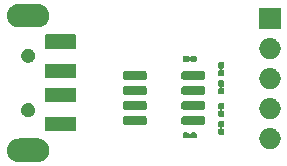
<source format=gts>
G04 #@! TF.GenerationSoftware,KiCad,Pcbnew,7.0.6*
G04 #@! TF.CreationDate,2023-08-23T21:48:07+08:00*
G04 #@! TF.ProjectId,USB_TTL,5553425f-5454-44c2-9e6b-696361645f70,rev?*
G04 #@! TF.SameCoordinates,Original*
G04 #@! TF.FileFunction,Soldermask,Top*
G04 #@! TF.FilePolarity,Negative*
%FSLAX46Y46*%
G04 Gerber Fmt 4.6, Leading zero omitted, Abs format (unit mm)*
G04 Created by KiCad (PCBNEW 7.0.6) date 2023-08-23 21:48:07*
%MOMM*%
%LPD*%
G01*
G04 APERTURE LIST*
G04 APERTURE END LIST*
G36*
X169472168Y-89287131D02*
G01*
X169519586Y-89296875D01*
X169566042Y-89301451D01*
X169616855Y-89316864D01*
X169670363Y-89327861D01*
X169711983Y-89345721D01*
X169753591Y-89358343D01*
X169803252Y-89384887D01*
X169856302Y-89407653D01*
X169890917Y-89431746D01*
X169926433Y-89450730D01*
X169972449Y-89488494D01*
X170022372Y-89523242D01*
X170049273Y-89551542D01*
X170077935Y-89575064D01*
X170117750Y-89623579D01*
X170161776Y-89669894D01*
X170180775Y-89700376D01*
X170202269Y-89726566D01*
X170233387Y-89784783D01*
X170268805Y-89841606D01*
X170280187Y-89872339D01*
X170294656Y-89899408D01*
X170314770Y-89965717D01*
X170339077Y-90031347D01*
X170343564Y-90060638D01*
X170351548Y-90086957D01*
X170358662Y-90159193D01*
X170369717Y-90231351D01*
X170368375Y-90257806D01*
X170370758Y-90281999D01*
X170363315Y-90357560D01*
X170359468Y-90433428D01*
X170353618Y-90456020D01*
X170351548Y-90477042D01*
X170328521Y-90552951D01*
X170308752Y-90629305D01*
X170299862Y-90647427D01*
X170294656Y-90664591D01*
X170255623Y-90737615D01*
X170219644Y-90810964D01*
X170209216Y-90824435D01*
X170202269Y-90837433D01*
X170147463Y-90904214D01*
X170095793Y-90970967D01*
X170085260Y-90980008D01*
X170077935Y-90988935D01*
X170008141Y-91046212D01*
X169942268Y-91102763D01*
X169932896Y-91107964D01*
X169926433Y-91113269D01*
X169842821Y-91157960D01*
X169765356Y-91200958D01*
X169758151Y-91203218D01*
X169753591Y-91205656D01*
X169656858Y-91234999D01*
X169572299Y-91261530D01*
X169567934Y-91261973D01*
X169566042Y-91262548D01*
X169446617Y-91274310D01*
X169371000Y-91282000D01*
X169368546Y-91282000D01*
X167773454Y-91282000D01*
X167771000Y-91282000D01*
X167669832Y-91276869D01*
X167622407Y-91267123D01*
X167575957Y-91262548D01*
X167525152Y-91247136D01*
X167471637Y-91236139D01*
X167430011Y-91218276D01*
X167388408Y-91205656D01*
X167338752Y-91179114D01*
X167285698Y-91156347D01*
X167251079Y-91132251D01*
X167215566Y-91113269D01*
X167169551Y-91075506D01*
X167119628Y-91040758D01*
X167092725Y-91012456D01*
X167064064Y-90988935D01*
X167024248Y-90940419D01*
X166980224Y-90894106D01*
X166961224Y-90863624D01*
X166939730Y-90837433D01*
X166908609Y-90779211D01*
X166873195Y-90722394D01*
X166861813Y-90691663D01*
X166847343Y-90664591D01*
X166827225Y-90598271D01*
X166802923Y-90532653D01*
X166798436Y-90503366D01*
X166790451Y-90477042D01*
X166783334Y-90404790D01*
X166772283Y-90332649D01*
X166773624Y-90306199D01*
X166771241Y-90281999D01*
X166778685Y-90206415D01*
X166782532Y-90130572D01*
X166788379Y-90107986D01*
X166790451Y-90086957D01*
X166813486Y-90011019D01*
X166833248Y-89934695D01*
X166842134Y-89916579D01*
X166847343Y-89899408D01*
X166886393Y-89826349D01*
X166922356Y-89753036D01*
X166932778Y-89739571D01*
X166939730Y-89726566D01*
X166994567Y-89659746D01*
X167046207Y-89593033D01*
X167056733Y-89583996D01*
X167064064Y-89575064D01*
X167133906Y-89517746D01*
X167199732Y-89461237D01*
X167209096Y-89456038D01*
X167215566Y-89450730D01*
X167299253Y-89405997D01*
X167376644Y-89363042D01*
X167383841Y-89360783D01*
X167388408Y-89358343D01*
X167485266Y-89328961D01*
X167569701Y-89302470D01*
X167574058Y-89302026D01*
X167575957Y-89301451D01*
X167695518Y-89289675D01*
X167771000Y-89282000D01*
X169371000Y-89282000D01*
X169472168Y-89287131D01*
G37*
G36*
X189093607Y-88390930D02*
G01*
X189140076Y-88390930D01*
X189180202Y-88399459D01*
X189221533Y-88403530D01*
X189273460Y-88419282D01*
X189324115Y-88430049D01*
X189356527Y-88444479D01*
X189390321Y-88454731D01*
X189444023Y-88483435D01*
X189496000Y-88506577D01*
X189520165Y-88524134D01*
X189545878Y-88537878D01*
X189598333Y-88580927D01*
X189648218Y-88617170D01*
X189664412Y-88635155D01*
X189682225Y-88649774D01*
X189730089Y-88708097D01*
X189774115Y-88756993D01*
X189783365Y-88773015D01*
X189794121Y-88786121D01*
X189833908Y-88860557D01*
X189868191Y-88919937D01*
X189872134Y-88932074D01*
X189877268Y-88941678D01*
X189905568Y-89034971D01*
X189926333Y-89098879D01*
X189927064Y-89105834D01*
X189928469Y-89110466D01*
X189942152Y-89249397D01*
X189946000Y-89286000D01*
X189942150Y-89322629D01*
X189928469Y-89461533D01*
X189927064Y-89466164D01*
X189926333Y-89473121D01*
X189905563Y-89537042D01*
X189877268Y-89630321D01*
X189872135Y-89639923D01*
X189868191Y-89652063D01*
X189833901Y-89711454D01*
X189794121Y-89785878D01*
X189783367Y-89798981D01*
X189774115Y-89815007D01*
X189730080Y-89863912D01*
X189682225Y-89922225D01*
X189664415Y-89936840D01*
X189648218Y-89954830D01*
X189598323Y-89991080D01*
X189545878Y-90034121D01*
X189520171Y-90047861D01*
X189496000Y-90065423D01*
X189444012Y-90088569D01*
X189390321Y-90117268D01*
X189356534Y-90127517D01*
X189324115Y-90141951D01*
X189273449Y-90152720D01*
X189221533Y-90168469D01*
X189180210Y-90172538D01*
X189140076Y-90181070D01*
X189093597Y-90181070D01*
X189046000Y-90185758D01*
X188998403Y-90181070D01*
X188951924Y-90181070D01*
X188911789Y-90172539D01*
X188870466Y-90168469D01*
X188818546Y-90152719D01*
X188767885Y-90141951D01*
X188735467Y-90127517D01*
X188701678Y-90117268D01*
X188647981Y-90088566D01*
X188596000Y-90065423D01*
X188571831Y-90047863D01*
X188546121Y-90034121D01*
X188493667Y-89991074D01*
X188443782Y-89954830D01*
X188427587Y-89936843D01*
X188409774Y-89922225D01*
X188361908Y-89863899D01*
X188317885Y-89815007D01*
X188308634Y-89798985D01*
X188297878Y-89785878D01*
X188258085Y-89711431D01*
X188223809Y-89652063D01*
X188219866Y-89639928D01*
X188214731Y-89630321D01*
X188186421Y-89536996D01*
X188165667Y-89473121D01*
X188164936Y-89466169D01*
X188163530Y-89461533D01*
X188149833Y-89322478D01*
X188146000Y-89286000D01*
X188149831Y-89249548D01*
X188163530Y-89110466D01*
X188164936Y-89105829D01*
X188165667Y-89098879D01*
X188186416Y-89035017D01*
X188214731Y-88941678D01*
X188219866Y-88932069D01*
X188223809Y-88919937D01*
X188258078Y-88860581D01*
X188297878Y-88786121D01*
X188308636Y-88773011D01*
X188317885Y-88756993D01*
X188361898Y-88708110D01*
X188409774Y-88649774D01*
X188427590Y-88635152D01*
X188443782Y-88617170D01*
X188493657Y-88580933D01*
X188546121Y-88537878D01*
X188571836Y-88524132D01*
X188596000Y-88506577D01*
X188647970Y-88483438D01*
X188701678Y-88454731D01*
X188735474Y-88444478D01*
X188767885Y-88430049D01*
X188818535Y-88419282D01*
X188870466Y-88403530D01*
X188911798Y-88399459D01*
X188951924Y-88390930D01*
X188998393Y-88390930D01*
X189046000Y-88386241D01*
X189093607Y-88390930D01*
G37*
G36*
X182112403Y-88788418D02*
G01*
X182161066Y-88820934D01*
X182193582Y-88869597D01*
X182204946Y-88926729D01*
X182285053Y-88926732D01*
X182296418Y-88869597D01*
X182328934Y-88820934D01*
X182377597Y-88788418D01*
X182435000Y-88777000D01*
X182695000Y-88777000D01*
X182752403Y-88788418D01*
X182801066Y-88820934D01*
X182833582Y-88869597D01*
X182845000Y-88927000D01*
X182845000Y-89127000D01*
X182833582Y-89184403D01*
X182801066Y-89233066D01*
X182752403Y-89265582D01*
X182695000Y-89277000D01*
X182435000Y-89277000D01*
X182377597Y-89265582D01*
X182328934Y-89233066D01*
X182296418Y-89184403D01*
X182285053Y-89127268D01*
X182204947Y-89127268D01*
X182193582Y-89184403D01*
X182161066Y-89233066D01*
X182112403Y-89265582D01*
X182055000Y-89277000D01*
X181795000Y-89277000D01*
X181737597Y-89265582D01*
X181688934Y-89233066D01*
X181656418Y-89184403D01*
X181645000Y-89127000D01*
X181645000Y-88927000D01*
X181656418Y-88869597D01*
X181688934Y-88820934D01*
X181737597Y-88788418D01*
X181795000Y-88777000D01*
X182055000Y-88777000D01*
X182112403Y-88788418D01*
G37*
G36*
X185069403Y-87803418D02*
G01*
X185118066Y-87835934D01*
X185150582Y-87884597D01*
X185162000Y-87942000D01*
X185162000Y-88202000D01*
X185150582Y-88259403D01*
X185118066Y-88308066D01*
X185069403Y-88340582D01*
X185012269Y-88351946D01*
X185012266Y-88432052D01*
X185069403Y-88443418D01*
X185118066Y-88475934D01*
X185150582Y-88524597D01*
X185162000Y-88582000D01*
X185162000Y-88842000D01*
X185150582Y-88899403D01*
X185118066Y-88948066D01*
X185069403Y-88980582D01*
X185012000Y-88992000D01*
X184812000Y-88992000D01*
X184754597Y-88980582D01*
X184705934Y-88948066D01*
X184673418Y-88899403D01*
X184662000Y-88842000D01*
X184662000Y-88582000D01*
X184673418Y-88524597D01*
X184705934Y-88475934D01*
X184754597Y-88443418D01*
X184811731Y-88432053D01*
X184811731Y-88351946D01*
X184754597Y-88340582D01*
X184705934Y-88308066D01*
X184673418Y-88259403D01*
X184662000Y-88202000D01*
X184662000Y-87942000D01*
X184673418Y-87884597D01*
X184705934Y-87835934D01*
X184754597Y-87803418D01*
X184812000Y-87792000D01*
X185012000Y-87792000D01*
X185069403Y-87803418D01*
G37*
G36*
X172590134Y-87485806D02*
G01*
X172606355Y-87496645D01*
X172617194Y-87512866D01*
X172621000Y-87532000D01*
X172621000Y-88632000D01*
X172617194Y-88651134D01*
X172606355Y-88667355D01*
X172590134Y-88678194D01*
X172571000Y-88682000D01*
X170071000Y-88682000D01*
X170051866Y-88678194D01*
X170035645Y-88667355D01*
X170024806Y-88651134D01*
X170021000Y-88632000D01*
X170021000Y-87532000D01*
X170024806Y-87512866D01*
X170035645Y-87496645D01*
X170051866Y-87485806D01*
X170071000Y-87482000D01*
X172571000Y-87482000D01*
X172590134Y-87485806D01*
G37*
G36*
X178512537Y-87422224D02*
G01*
X178577421Y-87465579D01*
X178620776Y-87530463D01*
X178636000Y-87607000D01*
X178636000Y-87907000D01*
X178620776Y-87983537D01*
X178577421Y-88048421D01*
X178512537Y-88091776D01*
X178436000Y-88107000D01*
X176786000Y-88107000D01*
X176709463Y-88091776D01*
X176644579Y-88048421D01*
X176601224Y-87983537D01*
X176586000Y-87907000D01*
X176586000Y-87607000D01*
X176601224Y-87530463D01*
X176644579Y-87465579D01*
X176709463Y-87422224D01*
X176786000Y-87407000D01*
X178436000Y-87407000D01*
X178512537Y-87422224D01*
G37*
G36*
X183462537Y-87422224D02*
G01*
X183527421Y-87465579D01*
X183570776Y-87530463D01*
X183586000Y-87607000D01*
X183586000Y-87907000D01*
X183570776Y-87983537D01*
X183527421Y-88048421D01*
X183462537Y-88091776D01*
X183386000Y-88107000D01*
X181736000Y-88107000D01*
X181659463Y-88091776D01*
X181594579Y-88048421D01*
X181551224Y-87983537D01*
X181536000Y-87907000D01*
X181536000Y-87607000D01*
X181551224Y-87530463D01*
X181594579Y-87465579D01*
X181659463Y-87422224D01*
X181736000Y-87407000D01*
X183386000Y-87407000D01*
X183462537Y-87422224D01*
G37*
G36*
X189093607Y-85850930D02*
G01*
X189140076Y-85850930D01*
X189180202Y-85859459D01*
X189221533Y-85863530D01*
X189273460Y-85879282D01*
X189324115Y-85890049D01*
X189356527Y-85904479D01*
X189390321Y-85914731D01*
X189444023Y-85943435D01*
X189496000Y-85966577D01*
X189520165Y-85984134D01*
X189545878Y-85997878D01*
X189598333Y-86040927D01*
X189648218Y-86077170D01*
X189664412Y-86095155D01*
X189682225Y-86109774D01*
X189730089Y-86168097D01*
X189774115Y-86216993D01*
X189783365Y-86233015D01*
X189794121Y-86246121D01*
X189833908Y-86320557D01*
X189868191Y-86379937D01*
X189872134Y-86392074D01*
X189877268Y-86401678D01*
X189905568Y-86494971D01*
X189926333Y-86558879D01*
X189927064Y-86565834D01*
X189928469Y-86570466D01*
X189942151Y-86709385D01*
X189946000Y-86746000D01*
X189942151Y-86782617D01*
X189928469Y-86921533D01*
X189927064Y-86926164D01*
X189926333Y-86933121D01*
X189905563Y-86997042D01*
X189877268Y-87090321D01*
X189872135Y-87099923D01*
X189868191Y-87112063D01*
X189833901Y-87171454D01*
X189794121Y-87245878D01*
X189783367Y-87258981D01*
X189774115Y-87275007D01*
X189730080Y-87323912D01*
X189682225Y-87382225D01*
X189664415Y-87396840D01*
X189648218Y-87414830D01*
X189598323Y-87451080D01*
X189545878Y-87494121D01*
X189520171Y-87507861D01*
X189496000Y-87525423D01*
X189444012Y-87548569D01*
X189390321Y-87577268D01*
X189356534Y-87587517D01*
X189324115Y-87601951D01*
X189273449Y-87612720D01*
X189221533Y-87628469D01*
X189180210Y-87632538D01*
X189140076Y-87641070D01*
X189093597Y-87641070D01*
X189046000Y-87645758D01*
X188998403Y-87641070D01*
X188951924Y-87641070D01*
X188911789Y-87632539D01*
X188870466Y-87628469D01*
X188818546Y-87612719D01*
X188767885Y-87601951D01*
X188735467Y-87587517D01*
X188701678Y-87577268D01*
X188647981Y-87548566D01*
X188596000Y-87525423D01*
X188571831Y-87507863D01*
X188546121Y-87494121D01*
X188493667Y-87451074D01*
X188443782Y-87414830D01*
X188427587Y-87396843D01*
X188409774Y-87382225D01*
X188361908Y-87323899D01*
X188317885Y-87275007D01*
X188308634Y-87258985D01*
X188297878Y-87245878D01*
X188258085Y-87171431D01*
X188223809Y-87112063D01*
X188219866Y-87099928D01*
X188214731Y-87090321D01*
X188186421Y-86996996D01*
X188165667Y-86933121D01*
X188164936Y-86926169D01*
X188163530Y-86921533D01*
X188149832Y-86782466D01*
X188146000Y-86746000D01*
X188149832Y-86709536D01*
X188163530Y-86570466D01*
X188164936Y-86565829D01*
X188165667Y-86558879D01*
X188186416Y-86495017D01*
X188214731Y-86401678D01*
X188219866Y-86392069D01*
X188223809Y-86379937D01*
X188258078Y-86320581D01*
X188297878Y-86246121D01*
X188308636Y-86233011D01*
X188317885Y-86216993D01*
X188361898Y-86168110D01*
X188409774Y-86109774D01*
X188427590Y-86095152D01*
X188443782Y-86077170D01*
X188493657Y-86040933D01*
X188546121Y-85997878D01*
X188571836Y-85984132D01*
X188596000Y-85966577D01*
X188647970Y-85943438D01*
X188701678Y-85914731D01*
X188735474Y-85904478D01*
X188767885Y-85890049D01*
X188818535Y-85879282D01*
X188870466Y-85863530D01*
X188911798Y-85859459D01*
X188951924Y-85850930D01*
X188998393Y-85850930D01*
X189046000Y-85846241D01*
X189093607Y-85850930D01*
G37*
G36*
X168606995Y-86286739D02*
G01*
X168643278Y-86286739D01*
X168684880Y-86296993D01*
X168726291Y-86302445D01*
X168754638Y-86314186D01*
X168783632Y-86321333D01*
X168827591Y-86344404D01*
X168871000Y-86362385D01*
X168890804Y-86377581D01*
X168911629Y-86388511D01*
X168954202Y-86426228D01*
X168995264Y-86457736D01*
X169006935Y-86472946D01*
X169019832Y-86484372D01*
X169056821Y-86537959D01*
X169090615Y-86582000D01*
X169095707Y-86594293D01*
X169101948Y-86603335D01*
X169129020Y-86674719D01*
X169150555Y-86726709D01*
X169151521Y-86734050D01*
X169153209Y-86738500D01*
X169166278Y-86846140D01*
X169171000Y-86882000D01*
X169166278Y-86917862D01*
X169153209Y-87025499D01*
X169151521Y-87029947D01*
X169150555Y-87037291D01*
X169129015Y-87089291D01*
X169101948Y-87160664D01*
X169095708Y-87169703D01*
X169090615Y-87182000D01*
X169056814Y-87226049D01*
X169019832Y-87279627D01*
X169006937Y-87291050D01*
X168995264Y-87306264D01*
X168954194Y-87337777D01*
X168911629Y-87375488D01*
X168890808Y-87386415D01*
X168871000Y-87401615D01*
X168827582Y-87419598D01*
X168783632Y-87442666D01*
X168754642Y-87449811D01*
X168726291Y-87461555D01*
X168684877Y-87467007D01*
X168643278Y-87477261D01*
X168606995Y-87477261D01*
X168571000Y-87482000D01*
X168535005Y-87477261D01*
X168498722Y-87477261D01*
X168457121Y-87467007D01*
X168415709Y-87461555D01*
X168387358Y-87449811D01*
X168358367Y-87442666D01*
X168314412Y-87419596D01*
X168271000Y-87401615D01*
X168251193Y-87386417D01*
X168230370Y-87375488D01*
X168187798Y-87337772D01*
X168146736Y-87306264D01*
X168135064Y-87291053D01*
X168122167Y-87279627D01*
X168085175Y-87226036D01*
X168051385Y-87182000D01*
X168046293Y-87169707D01*
X168040051Y-87160664D01*
X168012972Y-87089262D01*
X167991445Y-87037291D01*
X167990478Y-87029951D01*
X167988790Y-87025499D01*
X167975709Y-86917773D01*
X167971000Y-86882000D01*
X167975707Y-86846247D01*
X167988790Y-86738500D01*
X167990478Y-86734046D01*
X167991445Y-86726709D01*
X168012967Y-86674748D01*
X168040051Y-86603335D01*
X168046294Y-86594290D01*
X168051385Y-86582000D01*
X168085168Y-86537972D01*
X168122167Y-86484372D01*
X168135066Y-86472943D01*
X168146736Y-86457736D01*
X168187789Y-86426234D01*
X168230370Y-86388511D01*
X168251197Y-86377579D01*
X168271000Y-86362385D01*
X168314403Y-86344406D01*
X168358367Y-86321333D01*
X168387363Y-86314186D01*
X168415709Y-86302445D01*
X168457118Y-86296993D01*
X168498722Y-86286739D01*
X168535005Y-86286739D01*
X168571000Y-86282000D01*
X168606995Y-86286739D01*
G37*
G36*
X185069403Y-86279418D02*
G01*
X185118066Y-86311934D01*
X185150582Y-86360597D01*
X185162000Y-86418000D01*
X185162000Y-86678000D01*
X185150582Y-86735403D01*
X185118066Y-86784066D01*
X185069403Y-86816582D01*
X185012269Y-86827946D01*
X185012266Y-86908052D01*
X185069403Y-86919418D01*
X185118066Y-86951934D01*
X185150582Y-87000597D01*
X185162000Y-87058000D01*
X185162000Y-87318000D01*
X185150582Y-87375403D01*
X185118066Y-87424066D01*
X185069403Y-87456582D01*
X185012000Y-87468000D01*
X184812000Y-87468000D01*
X184754597Y-87456582D01*
X184705934Y-87424066D01*
X184673418Y-87375403D01*
X184662000Y-87318000D01*
X184662000Y-87058000D01*
X184673418Y-87000597D01*
X184705934Y-86951934D01*
X184754597Y-86919418D01*
X184811731Y-86908053D01*
X184811731Y-86827946D01*
X184754597Y-86816582D01*
X184705934Y-86784066D01*
X184673418Y-86735403D01*
X184662000Y-86678000D01*
X184662000Y-86418000D01*
X184673418Y-86360597D01*
X184705934Y-86311934D01*
X184754597Y-86279418D01*
X184812000Y-86268000D01*
X185012000Y-86268000D01*
X185069403Y-86279418D01*
G37*
G36*
X178512537Y-86152224D02*
G01*
X178577421Y-86195579D01*
X178620776Y-86260463D01*
X178636000Y-86337000D01*
X178636000Y-86637000D01*
X178620776Y-86713537D01*
X178577421Y-86778421D01*
X178512537Y-86821776D01*
X178436000Y-86837000D01*
X176786000Y-86837000D01*
X176709463Y-86821776D01*
X176644579Y-86778421D01*
X176601224Y-86713537D01*
X176586000Y-86637000D01*
X176586000Y-86337000D01*
X176601224Y-86260463D01*
X176644579Y-86195579D01*
X176709463Y-86152224D01*
X176786000Y-86137000D01*
X178436000Y-86137000D01*
X178512537Y-86152224D01*
G37*
G36*
X183462537Y-86152224D02*
G01*
X183527421Y-86195579D01*
X183570776Y-86260463D01*
X183586000Y-86337000D01*
X183586000Y-86637000D01*
X183570776Y-86713537D01*
X183527421Y-86778421D01*
X183462537Y-86821776D01*
X183386000Y-86837000D01*
X181736000Y-86837000D01*
X181659463Y-86821776D01*
X181594579Y-86778421D01*
X181551224Y-86713537D01*
X181536000Y-86637000D01*
X181536000Y-86337000D01*
X181551224Y-86260463D01*
X181594579Y-86195579D01*
X181659463Y-86152224D01*
X181736000Y-86137000D01*
X183386000Y-86137000D01*
X183462537Y-86152224D01*
G37*
G36*
X172590134Y-84985806D02*
G01*
X172606355Y-84996645D01*
X172617194Y-85012866D01*
X172621000Y-85032000D01*
X172621000Y-86132000D01*
X172617194Y-86151134D01*
X172606355Y-86167355D01*
X172590134Y-86178194D01*
X172571000Y-86182000D01*
X170071000Y-86182000D01*
X170051866Y-86178194D01*
X170035645Y-86167355D01*
X170024806Y-86151134D01*
X170021000Y-86132000D01*
X170021000Y-85032000D01*
X170024806Y-85012866D01*
X170035645Y-84996645D01*
X170051866Y-84985806D01*
X170071000Y-84982000D01*
X172571000Y-84982000D01*
X172590134Y-84985806D01*
G37*
G36*
X178512537Y-84882224D02*
G01*
X178577421Y-84925579D01*
X178620776Y-84990463D01*
X178636000Y-85067000D01*
X178636000Y-85367000D01*
X178620776Y-85443537D01*
X178577421Y-85508421D01*
X178512537Y-85551776D01*
X178436000Y-85567000D01*
X176786000Y-85567000D01*
X176709463Y-85551776D01*
X176644579Y-85508421D01*
X176601224Y-85443537D01*
X176586000Y-85367000D01*
X176586000Y-85067000D01*
X176601224Y-84990463D01*
X176644579Y-84925579D01*
X176709463Y-84882224D01*
X176786000Y-84867000D01*
X178436000Y-84867000D01*
X178512537Y-84882224D01*
G37*
G36*
X183462537Y-84882224D02*
G01*
X183527421Y-84925579D01*
X183570776Y-84990463D01*
X183586000Y-85067000D01*
X183586000Y-85367000D01*
X183570776Y-85443537D01*
X183527421Y-85508421D01*
X183462537Y-85551776D01*
X183386000Y-85567000D01*
X181736000Y-85567000D01*
X181659463Y-85551776D01*
X181594579Y-85508421D01*
X181551224Y-85443537D01*
X181536000Y-85367000D01*
X181536000Y-85067000D01*
X181551224Y-84990463D01*
X181594579Y-84925579D01*
X181659463Y-84882224D01*
X181736000Y-84867000D01*
X183386000Y-84867000D01*
X183462537Y-84882224D01*
G37*
G36*
X185069403Y-84374418D02*
G01*
X185118066Y-84406934D01*
X185150582Y-84455597D01*
X185162000Y-84513000D01*
X185162000Y-84773000D01*
X185150582Y-84830403D01*
X185118066Y-84879066D01*
X185069403Y-84911582D01*
X185012269Y-84922946D01*
X185012266Y-85003052D01*
X185069403Y-85014418D01*
X185118066Y-85046934D01*
X185150582Y-85095597D01*
X185162000Y-85153000D01*
X185162000Y-85413000D01*
X185150582Y-85470403D01*
X185118066Y-85519066D01*
X185069403Y-85551582D01*
X185012000Y-85563000D01*
X184812000Y-85563000D01*
X184754597Y-85551582D01*
X184705934Y-85519066D01*
X184673418Y-85470403D01*
X184662000Y-85413000D01*
X184662000Y-85153000D01*
X184673418Y-85095597D01*
X184705934Y-85046934D01*
X184754597Y-85014418D01*
X184811731Y-85003053D01*
X184811731Y-84922946D01*
X184754597Y-84911582D01*
X184705934Y-84879066D01*
X184673418Y-84830403D01*
X184662000Y-84773000D01*
X184662000Y-84513000D01*
X184673418Y-84455597D01*
X184705934Y-84406934D01*
X184754597Y-84374418D01*
X184812000Y-84363000D01*
X185012000Y-84363000D01*
X185069403Y-84374418D01*
G37*
G36*
X189093606Y-83310930D02*
G01*
X189140076Y-83310930D01*
X189180202Y-83319459D01*
X189221533Y-83323530D01*
X189273460Y-83339282D01*
X189324115Y-83350049D01*
X189356527Y-83364479D01*
X189390321Y-83374731D01*
X189444023Y-83403435D01*
X189496000Y-83426577D01*
X189520165Y-83444134D01*
X189545878Y-83457878D01*
X189598333Y-83500927D01*
X189648218Y-83537170D01*
X189664412Y-83555155D01*
X189682225Y-83569774D01*
X189730089Y-83628097D01*
X189774115Y-83676993D01*
X189783365Y-83693015D01*
X189794121Y-83706121D01*
X189833908Y-83780557D01*
X189868191Y-83839937D01*
X189872134Y-83852074D01*
X189877268Y-83861678D01*
X189905568Y-83954971D01*
X189926333Y-84018879D01*
X189927064Y-84025834D01*
X189928469Y-84030466D01*
X189942152Y-84169397D01*
X189946000Y-84206000D01*
X189942150Y-84242629D01*
X189928469Y-84381533D01*
X189927064Y-84386164D01*
X189926333Y-84393121D01*
X189905563Y-84457042D01*
X189877268Y-84550321D01*
X189872135Y-84559923D01*
X189868191Y-84572063D01*
X189833901Y-84631454D01*
X189794121Y-84705878D01*
X189783367Y-84718981D01*
X189774115Y-84735007D01*
X189730080Y-84783912D01*
X189682225Y-84842225D01*
X189664415Y-84856840D01*
X189648218Y-84874830D01*
X189598323Y-84911080D01*
X189545878Y-84954121D01*
X189520171Y-84967861D01*
X189496000Y-84985423D01*
X189444012Y-85008569D01*
X189390321Y-85037268D01*
X189356534Y-85047517D01*
X189324115Y-85061951D01*
X189273449Y-85072720D01*
X189221533Y-85088469D01*
X189180210Y-85092538D01*
X189140076Y-85101070D01*
X189093597Y-85101070D01*
X189046000Y-85105758D01*
X188998403Y-85101070D01*
X188951924Y-85101070D01*
X188911789Y-85092539D01*
X188870466Y-85088469D01*
X188818546Y-85072719D01*
X188767885Y-85061951D01*
X188735467Y-85047517D01*
X188701678Y-85037268D01*
X188647981Y-85008566D01*
X188596000Y-84985423D01*
X188571831Y-84967863D01*
X188546121Y-84954121D01*
X188493667Y-84911074D01*
X188443782Y-84874830D01*
X188427587Y-84856843D01*
X188409774Y-84842225D01*
X188361908Y-84783899D01*
X188317885Y-84735007D01*
X188308634Y-84718985D01*
X188297878Y-84705878D01*
X188258085Y-84631431D01*
X188223809Y-84572063D01*
X188219866Y-84559928D01*
X188214731Y-84550321D01*
X188186421Y-84456996D01*
X188165667Y-84393121D01*
X188164936Y-84386169D01*
X188163530Y-84381533D01*
X188149833Y-84242478D01*
X188146000Y-84206000D01*
X188149831Y-84169548D01*
X188163530Y-84030466D01*
X188164936Y-84025829D01*
X188165667Y-84018879D01*
X188186416Y-83955017D01*
X188214731Y-83861678D01*
X188219866Y-83852069D01*
X188223809Y-83839937D01*
X188258078Y-83780581D01*
X188297878Y-83706121D01*
X188308636Y-83693011D01*
X188317885Y-83676993D01*
X188361898Y-83628110D01*
X188409774Y-83569774D01*
X188427590Y-83555152D01*
X188443782Y-83537170D01*
X188493657Y-83500933D01*
X188546121Y-83457878D01*
X188571836Y-83444132D01*
X188596000Y-83426577D01*
X188647970Y-83403438D01*
X188701678Y-83374731D01*
X188735474Y-83364478D01*
X188767885Y-83350049D01*
X188818535Y-83339282D01*
X188870466Y-83323530D01*
X188911798Y-83319458D01*
X188951924Y-83310930D01*
X188998392Y-83310930D01*
X189045999Y-83306241D01*
X189093606Y-83310930D01*
G37*
G36*
X178512537Y-83612224D02*
G01*
X178577421Y-83655579D01*
X178620776Y-83720463D01*
X178636000Y-83797000D01*
X178636000Y-84097000D01*
X178620776Y-84173537D01*
X178577421Y-84238421D01*
X178512537Y-84281776D01*
X178436000Y-84297000D01*
X176786000Y-84297000D01*
X176709463Y-84281776D01*
X176644579Y-84238421D01*
X176601224Y-84173537D01*
X176586000Y-84097000D01*
X176586000Y-83797000D01*
X176601224Y-83720463D01*
X176644579Y-83655579D01*
X176709463Y-83612224D01*
X176786000Y-83597000D01*
X178436000Y-83597000D01*
X178512537Y-83612224D01*
G37*
G36*
X183462537Y-83612224D02*
G01*
X183527421Y-83655579D01*
X183570776Y-83720463D01*
X183586000Y-83797000D01*
X183586000Y-84097000D01*
X183570776Y-84173537D01*
X183527421Y-84238421D01*
X183462537Y-84281776D01*
X183386000Y-84297000D01*
X181736000Y-84297000D01*
X181659463Y-84281776D01*
X181594579Y-84238421D01*
X181551224Y-84173537D01*
X181536000Y-84097000D01*
X181536000Y-83797000D01*
X181551224Y-83720463D01*
X181594579Y-83655579D01*
X181659463Y-83612224D01*
X181736000Y-83597000D01*
X183386000Y-83597000D01*
X183462537Y-83612224D01*
G37*
G36*
X172590134Y-82985806D02*
G01*
X172606355Y-82996645D01*
X172617194Y-83012866D01*
X172621000Y-83032000D01*
X172621000Y-84132000D01*
X172617194Y-84151134D01*
X172606355Y-84167355D01*
X172590134Y-84178194D01*
X172571000Y-84182000D01*
X170071000Y-84182000D01*
X170051866Y-84178194D01*
X170035645Y-84167355D01*
X170024806Y-84151134D01*
X170021000Y-84132000D01*
X170021000Y-83032000D01*
X170024806Y-83012866D01*
X170035645Y-82996645D01*
X170051866Y-82985806D01*
X170071000Y-82982000D01*
X172571000Y-82982000D01*
X172590134Y-82985806D01*
G37*
G36*
X185069403Y-82814418D02*
G01*
X185118066Y-82846934D01*
X185150582Y-82895597D01*
X185162000Y-82953000D01*
X185162000Y-83213000D01*
X185150582Y-83270403D01*
X185118066Y-83319066D01*
X185069403Y-83351582D01*
X185012269Y-83362946D01*
X185012266Y-83443052D01*
X185069403Y-83454418D01*
X185118066Y-83486934D01*
X185150582Y-83535597D01*
X185162000Y-83593000D01*
X185162000Y-83853000D01*
X185150582Y-83910403D01*
X185118066Y-83959066D01*
X185069403Y-83991582D01*
X185012000Y-84003000D01*
X184812000Y-84003000D01*
X184754597Y-83991582D01*
X184705934Y-83959066D01*
X184673418Y-83910403D01*
X184662000Y-83853000D01*
X184662000Y-83593000D01*
X184673418Y-83535597D01*
X184705934Y-83486934D01*
X184754597Y-83454418D01*
X184811731Y-83443053D01*
X184811731Y-83362946D01*
X184754597Y-83351582D01*
X184705934Y-83319066D01*
X184673418Y-83270403D01*
X184662000Y-83213000D01*
X184662000Y-82953000D01*
X184673418Y-82895597D01*
X184705934Y-82846934D01*
X184754597Y-82814418D01*
X184812000Y-82803000D01*
X185012000Y-82803000D01*
X185069403Y-82814418D01*
G37*
G36*
X168606995Y-81686739D02*
G01*
X168643278Y-81686739D01*
X168684880Y-81696993D01*
X168726291Y-81702445D01*
X168754638Y-81714186D01*
X168783632Y-81721333D01*
X168827591Y-81744404D01*
X168871000Y-81762385D01*
X168890804Y-81777581D01*
X168911629Y-81788511D01*
X168954202Y-81826228D01*
X168995264Y-81857736D01*
X169006935Y-81872946D01*
X169019832Y-81884372D01*
X169056821Y-81937959D01*
X169090615Y-81982000D01*
X169095707Y-81994293D01*
X169101948Y-82003335D01*
X169129020Y-82074719D01*
X169150555Y-82126709D01*
X169151521Y-82134050D01*
X169153209Y-82138500D01*
X169166278Y-82246140D01*
X169171000Y-82282000D01*
X169166278Y-82317862D01*
X169153209Y-82425499D01*
X169151521Y-82429947D01*
X169150555Y-82437291D01*
X169129015Y-82489291D01*
X169101948Y-82560664D01*
X169095708Y-82569703D01*
X169090615Y-82582000D01*
X169056814Y-82626049D01*
X169019832Y-82679627D01*
X169006937Y-82691050D01*
X168995264Y-82706264D01*
X168954194Y-82737777D01*
X168911629Y-82775488D01*
X168890808Y-82786415D01*
X168871000Y-82801615D01*
X168827582Y-82819598D01*
X168783632Y-82842666D01*
X168754642Y-82849811D01*
X168726291Y-82861555D01*
X168684877Y-82867007D01*
X168643278Y-82877261D01*
X168606995Y-82877261D01*
X168571000Y-82882000D01*
X168535005Y-82877261D01*
X168498722Y-82877261D01*
X168457121Y-82867007D01*
X168415709Y-82861555D01*
X168387358Y-82849811D01*
X168358367Y-82842666D01*
X168314412Y-82819596D01*
X168271000Y-82801615D01*
X168251193Y-82786417D01*
X168230370Y-82775488D01*
X168187798Y-82737772D01*
X168146736Y-82706264D01*
X168135064Y-82691053D01*
X168122167Y-82679627D01*
X168085175Y-82626036D01*
X168051385Y-82582000D01*
X168046293Y-82569707D01*
X168040051Y-82560664D01*
X168012972Y-82489262D01*
X167991445Y-82437291D01*
X167990478Y-82429951D01*
X167988790Y-82425499D01*
X167975709Y-82317773D01*
X167971000Y-82282000D01*
X167975707Y-82246247D01*
X167988790Y-82138500D01*
X167990478Y-82134046D01*
X167991445Y-82126709D01*
X168012967Y-82074748D01*
X168040051Y-82003335D01*
X168046294Y-81994290D01*
X168051385Y-81982000D01*
X168085168Y-81937972D01*
X168122167Y-81884372D01*
X168135066Y-81872943D01*
X168146736Y-81857736D01*
X168187789Y-81826234D01*
X168230370Y-81788511D01*
X168251197Y-81777579D01*
X168271000Y-81762385D01*
X168314403Y-81744406D01*
X168358367Y-81721333D01*
X168387363Y-81714186D01*
X168415709Y-81702445D01*
X168457118Y-81696993D01*
X168498722Y-81686739D01*
X168535005Y-81686739D01*
X168571000Y-81682000D01*
X168606995Y-81686739D01*
G37*
G36*
X182112403Y-82311418D02*
G01*
X182161066Y-82343934D01*
X182193582Y-82392597D01*
X182204946Y-82449729D01*
X182285053Y-82449732D01*
X182296418Y-82392597D01*
X182328934Y-82343934D01*
X182377597Y-82311418D01*
X182435000Y-82300000D01*
X182695000Y-82300000D01*
X182752403Y-82311418D01*
X182801066Y-82343934D01*
X182833582Y-82392597D01*
X182845000Y-82450000D01*
X182845000Y-82650000D01*
X182833582Y-82707403D01*
X182801066Y-82756066D01*
X182752403Y-82788582D01*
X182695000Y-82800000D01*
X182435000Y-82800000D01*
X182377597Y-82788582D01*
X182328934Y-82756066D01*
X182296418Y-82707403D01*
X182285053Y-82650268D01*
X182204947Y-82650268D01*
X182193582Y-82707403D01*
X182161066Y-82756066D01*
X182112403Y-82788582D01*
X182055000Y-82800000D01*
X181795000Y-82800000D01*
X181737597Y-82788582D01*
X181688934Y-82756066D01*
X181656418Y-82707403D01*
X181645000Y-82650000D01*
X181645000Y-82450000D01*
X181656418Y-82392597D01*
X181688934Y-82343934D01*
X181737597Y-82311418D01*
X181795000Y-82300000D01*
X182055000Y-82300000D01*
X182112403Y-82311418D01*
G37*
G36*
X189093606Y-80770930D02*
G01*
X189140076Y-80770930D01*
X189180202Y-80779459D01*
X189221533Y-80783530D01*
X189273460Y-80799282D01*
X189324115Y-80810049D01*
X189356527Y-80824479D01*
X189390321Y-80834731D01*
X189444023Y-80863435D01*
X189496000Y-80886577D01*
X189520165Y-80904134D01*
X189545878Y-80917878D01*
X189598333Y-80960927D01*
X189648218Y-80997170D01*
X189664412Y-81015155D01*
X189682225Y-81029774D01*
X189730089Y-81088097D01*
X189774115Y-81136993D01*
X189783365Y-81153015D01*
X189794121Y-81166121D01*
X189833908Y-81240557D01*
X189868191Y-81299937D01*
X189872134Y-81312074D01*
X189877268Y-81321678D01*
X189905568Y-81414971D01*
X189926333Y-81478879D01*
X189927064Y-81485834D01*
X189928469Y-81490466D01*
X189942151Y-81629385D01*
X189946000Y-81666000D01*
X189942151Y-81702617D01*
X189928469Y-81841533D01*
X189927064Y-81846164D01*
X189926333Y-81853121D01*
X189905563Y-81917042D01*
X189877268Y-82010321D01*
X189872135Y-82019923D01*
X189868191Y-82032063D01*
X189833901Y-82091454D01*
X189794121Y-82165878D01*
X189783367Y-82178981D01*
X189774115Y-82195007D01*
X189730080Y-82243912D01*
X189682225Y-82302225D01*
X189664415Y-82316840D01*
X189648218Y-82334830D01*
X189598323Y-82371080D01*
X189545878Y-82414121D01*
X189520171Y-82427861D01*
X189496000Y-82445423D01*
X189444012Y-82468569D01*
X189390321Y-82497268D01*
X189356534Y-82507517D01*
X189324115Y-82521951D01*
X189273449Y-82532720D01*
X189221533Y-82548469D01*
X189180210Y-82552538D01*
X189140076Y-82561070D01*
X189093597Y-82561070D01*
X189046000Y-82565758D01*
X188998403Y-82561070D01*
X188951924Y-82561070D01*
X188911789Y-82552539D01*
X188870466Y-82548469D01*
X188818546Y-82532719D01*
X188767885Y-82521951D01*
X188735467Y-82507517D01*
X188701678Y-82497268D01*
X188647981Y-82468566D01*
X188596000Y-82445423D01*
X188571831Y-82427863D01*
X188546121Y-82414121D01*
X188493667Y-82371074D01*
X188443782Y-82334830D01*
X188427587Y-82316843D01*
X188409774Y-82302225D01*
X188361908Y-82243899D01*
X188317885Y-82195007D01*
X188308634Y-82178985D01*
X188297878Y-82165878D01*
X188258085Y-82091431D01*
X188223809Y-82032063D01*
X188219866Y-82019928D01*
X188214731Y-82010321D01*
X188186421Y-81916996D01*
X188165667Y-81853121D01*
X188164936Y-81846169D01*
X188163530Y-81841533D01*
X188149832Y-81702466D01*
X188146000Y-81666000D01*
X188149832Y-81629536D01*
X188163530Y-81490466D01*
X188164936Y-81485829D01*
X188165667Y-81478879D01*
X188186416Y-81415017D01*
X188214731Y-81321678D01*
X188219866Y-81312069D01*
X188223809Y-81299937D01*
X188258078Y-81240581D01*
X188297878Y-81166121D01*
X188308636Y-81153011D01*
X188317885Y-81136993D01*
X188361898Y-81088110D01*
X188409774Y-81029774D01*
X188427590Y-81015152D01*
X188443782Y-80997170D01*
X188493657Y-80960933D01*
X188546121Y-80917878D01*
X188571836Y-80904132D01*
X188596000Y-80886577D01*
X188647970Y-80863438D01*
X188701678Y-80834731D01*
X188735474Y-80824478D01*
X188767885Y-80810049D01*
X188818535Y-80799282D01*
X188870466Y-80783530D01*
X188911798Y-80779458D01*
X188951924Y-80770930D01*
X188998392Y-80770930D01*
X189045999Y-80766241D01*
X189093606Y-80770930D01*
G37*
G36*
X172590134Y-80485806D02*
G01*
X172606355Y-80496645D01*
X172617194Y-80512866D01*
X172621000Y-80532000D01*
X172621000Y-81632000D01*
X172617194Y-81651134D01*
X172606355Y-81667355D01*
X172590134Y-81678194D01*
X172571000Y-81682000D01*
X170071000Y-81682000D01*
X170051866Y-81678194D01*
X170035645Y-81667355D01*
X170024806Y-81651134D01*
X170021000Y-81632000D01*
X170021000Y-80532000D01*
X170024806Y-80512866D01*
X170035645Y-80496645D01*
X170051866Y-80485806D01*
X170071000Y-80482000D01*
X172571000Y-80482000D01*
X172590134Y-80485806D01*
G37*
G36*
X189915134Y-78229806D02*
G01*
X189931355Y-78240645D01*
X189942194Y-78256866D01*
X189946000Y-78276000D01*
X189946000Y-79976000D01*
X189942194Y-79995134D01*
X189931355Y-80011355D01*
X189915134Y-80022194D01*
X189896000Y-80026000D01*
X188196000Y-80026000D01*
X188176866Y-80022194D01*
X188160645Y-80011355D01*
X188149806Y-79995134D01*
X188146000Y-79976000D01*
X188146000Y-78276000D01*
X188149806Y-78256866D01*
X188160645Y-78240645D01*
X188176866Y-78229806D01*
X188196000Y-78226000D01*
X189896000Y-78226000D01*
X189915134Y-78229806D01*
G37*
G36*
X169472168Y-77887131D02*
G01*
X169519586Y-77896875D01*
X169566042Y-77901451D01*
X169616855Y-77916864D01*
X169670363Y-77927861D01*
X169711983Y-77945721D01*
X169753591Y-77958343D01*
X169803252Y-77984887D01*
X169856302Y-78007653D01*
X169890917Y-78031746D01*
X169926433Y-78050730D01*
X169972449Y-78088494D01*
X170022372Y-78123242D01*
X170049273Y-78151542D01*
X170077935Y-78175064D01*
X170117750Y-78223579D01*
X170161776Y-78269894D01*
X170180775Y-78300376D01*
X170202269Y-78326566D01*
X170233387Y-78384783D01*
X170268805Y-78441606D01*
X170280187Y-78472339D01*
X170294656Y-78499408D01*
X170314770Y-78565717D01*
X170339077Y-78631347D01*
X170343564Y-78660638D01*
X170351548Y-78686957D01*
X170358662Y-78759193D01*
X170369717Y-78831351D01*
X170368375Y-78857806D01*
X170370758Y-78881999D01*
X170363315Y-78957560D01*
X170359468Y-79033428D01*
X170353618Y-79056020D01*
X170351548Y-79077042D01*
X170328521Y-79152951D01*
X170308752Y-79229305D01*
X170299862Y-79247427D01*
X170294656Y-79264591D01*
X170255623Y-79337615D01*
X170219644Y-79410964D01*
X170209216Y-79424435D01*
X170202269Y-79437433D01*
X170147463Y-79504214D01*
X170095793Y-79570967D01*
X170085260Y-79580008D01*
X170077935Y-79588935D01*
X170008141Y-79646212D01*
X169942268Y-79702763D01*
X169932896Y-79707964D01*
X169926433Y-79713269D01*
X169842821Y-79757960D01*
X169765356Y-79800958D01*
X169758151Y-79803218D01*
X169753591Y-79805656D01*
X169656858Y-79834999D01*
X169572299Y-79861530D01*
X169567934Y-79861973D01*
X169566042Y-79862548D01*
X169446617Y-79874310D01*
X169371000Y-79882000D01*
X169368546Y-79882000D01*
X167773454Y-79882000D01*
X167771000Y-79882000D01*
X167669832Y-79876869D01*
X167622407Y-79867123D01*
X167575957Y-79862548D01*
X167525152Y-79847136D01*
X167471637Y-79836139D01*
X167430011Y-79818276D01*
X167388408Y-79805656D01*
X167338752Y-79779114D01*
X167285698Y-79756347D01*
X167251079Y-79732251D01*
X167215566Y-79713269D01*
X167169551Y-79675506D01*
X167119628Y-79640758D01*
X167092725Y-79612456D01*
X167064064Y-79588935D01*
X167024248Y-79540419D01*
X166980224Y-79494106D01*
X166961224Y-79463624D01*
X166939730Y-79437433D01*
X166908609Y-79379211D01*
X166873195Y-79322394D01*
X166861813Y-79291663D01*
X166847343Y-79264591D01*
X166827225Y-79198271D01*
X166802923Y-79132653D01*
X166798436Y-79103366D01*
X166790451Y-79077042D01*
X166783334Y-79004790D01*
X166772283Y-78932649D01*
X166773624Y-78906199D01*
X166771241Y-78881999D01*
X166778685Y-78806415D01*
X166782532Y-78730572D01*
X166788379Y-78707986D01*
X166790451Y-78686957D01*
X166813486Y-78611019D01*
X166833248Y-78534695D01*
X166842134Y-78516579D01*
X166847343Y-78499408D01*
X166886393Y-78426349D01*
X166922356Y-78353036D01*
X166932778Y-78339571D01*
X166939730Y-78326566D01*
X166994567Y-78259746D01*
X167046207Y-78193033D01*
X167056733Y-78183996D01*
X167064064Y-78175064D01*
X167133906Y-78117746D01*
X167199732Y-78061237D01*
X167209096Y-78056038D01*
X167215566Y-78050730D01*
X167299253Y-78005997D01*
X167376644Y-77963042D01*
X167383841Y-77960783D01*
X167388408Y-77958343D01*
X167485266Y-77928961D01*
X167569701Y-77902470D01*
X167574058Y-77902026D01*
X167575957Y-77901451D01*
X167695518Y-77889675D01*
X167771000Y-77882000D01*
X169371000Y-77882000D01*
X169472168Y-77887131D01*
G37*
M02*

</source>
